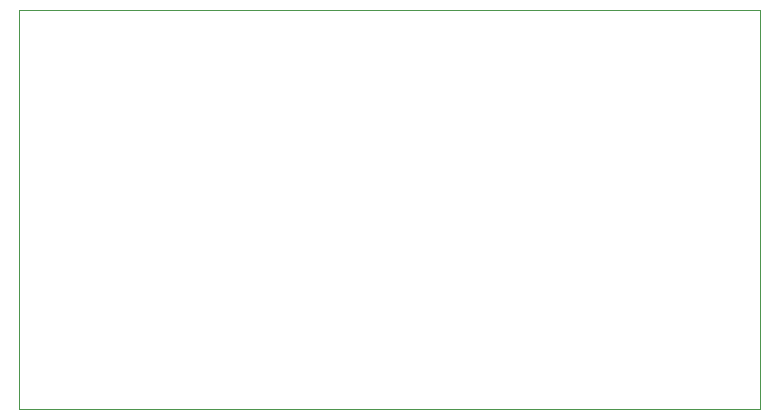
<source format=gbr>
%TF.GenerationSoftware,KiCad,Pcbnew,7.0.1*%
%TF.CreationDate,2023-04-09T11:27:42-07:00*%
%TF.ProjectId,RS485-Module,52533438-352d-44d6-9f64-756c652e6b69,rev?*%
%TF.SameCoordinates,Original*%
%TF.FileFunction,Profile,NP*%
%FSLAX46Y46*%
G04 Gerber Fmt 4.6, Leading zero omitted, Abs format (unit mm)*
G04 Created by KiCad (PCBNEW 7.0.1) date 2023-04-09 11:27:42*
%MOMM*%
%LPD*%
G01*
G04 APERTURE LIST*
%TA.AperFunction,Profile*%
%ADD10C,0.100000*%
%TD*%
G04 APERTURE END LIST*
D10*
X138176000Y-82804000D02*
X200914000Y-82804000D01*
X200914000Y-116586000D01*
X138176000Y-116586000D01*
X138176000Y-82804000D01*
M02*

</source>
